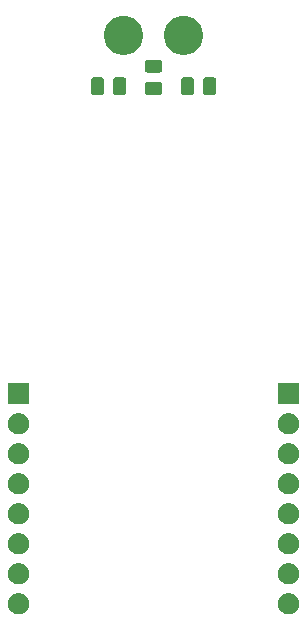
<source format=gbr>
G04 #@! TF.GenerationSoftware,KiCad,Pcbnew,(5.1.5)-3*
G04 #@! TF.CreationDate,2020-01-28T18:53:24+01:00*
G04 #@! TF.ProjectId,CAN SPI Isolated v2.0,43414e20-5350-4492-9049-736f6c617465,rev?*
G04 #@! TF.SameCoordinates,Original*
G04 #@! TF.FileFunction,Soldermask,Bot*
G04 #@! TF.FilePolarity,Negative*
%FSLAX46Y46*%
G04 Gerber Fmt 4.6, Leading zero omitted, Abs format (unit mm)*
G04 Created by KiCad (PCBNEW (5.1.5)-3) date 2020-01-28 18:53:24*
%MOMM*%
%LPD*%
G04 APERTURE LIST*
%ADD10C,0.100000*%
G04 APERTURE END LIST*
D10*
G36*
X100443512Y-173093927D02*
G01*
X100592812Y-173123624D01*
X100756784Y-173191544D01*
X100904354Y-173290147D01*
X101029853Y-173415646D01*
X101128456Y-173563216D01*
X101196376Y-173727188D01*
X101231000Y-173901259D01*
X101231000Y-174078741D01*
X101196376Y-174252812D01*
X101128456Y-174416784D01*
X101029853Y-174564354D01*
X100904354Y-174689853D01*
X100756784Y-174788456D01*
X100592812Y-174856376D01*
X100443512Y-174886073D01*
X100418742Y-174891000D01*
X100241258Y-174891000D01*
X100216488Y-174886073D01*
X100067188Y-174856376D01*
X99903216Y-174788456D01*
X99755646Y-174689853D01*
X99630147Y-174564354D01*
X99531544Y-174416784D01*
X99463624Y-174252812D01*
X99429000Y-174078741D01*
X99429000Y-173901259D01*
X99463624Y-173727188D01*
X99531544Y-173563216D01*
X99630147Y-173415646D01*
X99755646Y-173290147D01*
X99903216Y-173191544D01*
X100067188Y-173123624D01*
X100216488Y-173093927D01*
X100241258Y-173089000D01*
X100418742Y-173089000D01*
X100443512Y-173093927D01*
G37*
G36*
X77583512Y-173093927D02*
G01*
X77732812Y-173123624D01*
X77896784Y-173191544D01*
X78044354Y-173290147D01*
X78169853Y-173415646D01*
X78268456Y-173563216D01*
X78336376Y-173727188D01*
X78371000Y-173901259D01*
X78371000Y-174078741D01*
X78336376Y-174252812D01*
X78268456Y-174416784D01*
X78169853Y-174564354D01*
X78044354Y-174689853D01*
X77896784Y-174788456D01*
X77732812Y-174856376D01*
X77583512Y-174886073D01*
X77558742Y-174891000D01*
X77381258Y-174891000D01*
X77356488Y-174886073D01*
X77207188Y-174856376D01*
X77043216Y-174788456D01*
X76895646Y-174689853D01*
X76770147Y-174564354D01*
X76671544Y-174416784D01*
X76603624Y-174252812D01*
X76569000Y-174078741D01*
X76569000Y-173901259D01*
X76603624Y-173727188D01*
X76671544Y-173563216D01*
X76770147Y-173415646D01*
X76895646Y-173290147D01*
X77043216Y-173191544D01*
X77207188Y-173123624D01*
X77356488Y-173093927D01*
X77381258Y-173089000D01*
X77558742Y-173089000D01*
X77583512Y-173093927D01*
G37*
G36*
X77583512Y-170553927D02*
G01*
X77732812Y-170583624D01*
X77896784Y-170651544D01*
X78044354Y-170750147D01*
X78169853Y-170875646D01*
X78268456Y-171023216D01*
X78336376Y-171187188D01*
X78371000Y-171361259D01*
X78371000Y-171538741D01*
X78336376Y-171712812D01*
X78268456Y-171876784D01*
X78169853Y-172024354D01*
X78044354Y-172149853D01*
X77896784Y-172248456D01*
X77732812Y-172316376D01*
X77583512Y-172346073D01*
X77558742Y-172351000D01*
X77381258Y-172351000D01*
X77356488Y-172346073D01*
X77207188Y-172316376D01*
X77043216Y-172248456D01*
X76895646Y-172149853D01*
X76770147Y-172024354D01*
X76671544Y-171876784D01*
X76603624Y-171712812D01*
X76569000Y-171538741D01*
X76569000Y-171361259D01*
X76603624Y-171187188D01*
X76671544Y-171023216D01*
X76770147Y-170875646D01*
X76895646Y-170750147D01*
X77043216Y-170651544D01*
X77207188Y-170583624D01*
X77356488Y-170553927D01*
X77381258Y-170549000D01*
X77558742Y-170549000D01*
X77583512Y-170553927D01*
G37*
G36*
X100443512Y-170553927D02*
G01*
X100592812Y-170583624D01*
X100756784Y-170651544D01*
X100904354Y-170750147D01*
X101029853Y-170875646D01*
X101128456Y-171023216D01*
X101196376Y-171187188D01*
X101231000Y-171361259D01*
X101231000Y-171538741D01*
X101196376Y-171712812D01*
X101128456Y-171876784D01*
X101029853Y-172024354D01*
X100904354Y-172149853D01*
X100756784Y-172248456D01*
X100592812Y-172316376D01*
X100443512Y-172346073D01*
X100418742Y-172351000D01*
X100241258Y-172351000D01*
X100216488Y-172346073D01*
X100067188Y-172316376D01*
X99903216Y-172248456D01*
X99755646Y-172149853D01*
X99630147Y-172024354D01*
X99531544Y-171876784D01*
X99463624Y-171712812D01*
X99429000Y-171538741D01*
X99429000Y-171361259D01*
X99463624Y-171187188D01*
X99531544Y-171023216D01*
X99630147Y-170875646D01*
X99755646Y-170750147D01*
X99903216Y-170651544D01*
X100067188Y-170583624D01*
X100216488Y-170553927D01*
X100241258Y-170549000D01*
X100418742Y-170549000D01*
X100443512Y-170553927D01*
G37*
G36*
X77583512Y-168013927D02*
G01*
X77732812Y-168043624D01*
X77896784Y-168111544D01*
X78044354Y-168210147D01*
X78169853Y-168335646D01*
X78268456Y-168483216D01*
X78336376Y-168647188D01*
X78371000Y-168821259D01*
X78371000Y-168998741D01*
X78336376Y-169172812D01*
X78268456Y-169336784D01*
X78169853Y-169484354D01*
X78044354Y-169609853D01*
X77896784Y-169708456D01*
X77732812Y-169776376D01*
X77583512Y-169806073D01*
X77558742Y-169811000D01*
X77381258Y-169811000D01*
X77356488Y-169806073D01*
X77207188Y-169776376D01*
X77043216Y-169708456D01*
X76895646Y-169609853D01*
X76770147Y-169484354D01*
X76671544Y-169336784D01*
X76603624Y-169172812D01*
X76569000Y-168998741D01*
X76569000Y-168821259D01*
X76603624Y-168647188D01*
X76671544Y-168483216D01*
X76770147Y-168335646D01*
X76895646Y-168210147D01*
X77043216Y-168111544D01*
X77207188Y-168043624D01*
X77356488Y-168013927D01*
X77381258Y-168009000D01*
X77558742Y-168009000D01*
X77583512Y-168013927D01*
G37*
G36*
X100443512Y-168013927D02*
G01*
X100592812Y-168043624D01*
X100756784Y-168111544D01*
X100904354Y-168210147D01*
X101029853Y-168335646D01*
X101128456Y-168483216D01*
X101196376Y-168647188D01*
X101231000Y-168821259D01*
X101231000Y-168998741D01*
X101196376Y-169172812D01*
X101128456Y-169336784D01*
X101029853Y-169484354D01*
X100904354Y-169609853D01*
X100756784Y-169708456D01*
X100592812Y-169776376D01*
X100443512Y-169806073D01*
X100418742Y-169811000D01*
X100241258Y-169811000D01*
X100216488Y-169806073D01*
X100067188Y-169776376D01*
X99903216Y-169708456D01*
X99755646Y-169609853D01*
X99630147Y-169484354D01*
X99531544Y-169336784D01*
X99463624Y-169172812D01*
X99429000Y-168998741D01*
X99429000Y-168821259D01*
X99463624Y-168647188D01*
X99531544Y-168483216D01*
X99630147Y-168335646D01*
X99755646Y-168210147D01*
X99903216Y-168111544D01*
X100067188Y-168043624D01*
X100216488Y-168013927D01*
X100241258Y-168009000D01*
X100418742Y-168009000D01*
X100443512Y-168013927D01*
G37*
G36*
X77583512Y-165473927D02*
G01*
X77732812Y-165503624D01*
X77896784Y-165571544D01*
X78044354Y-165670147D01*
X78169853Y-165795646D01*
X78268456Y-165943216D01*
X78336376Y-166107188D01*
X78371000Y-166281259D01*
X78371000Y-166458741D01*
X78336376Y-166632812D01*
X78268456Y-166796784D01*
X78169853Y-166944354D01*
X78044354Y-167069853D01*
X77896784Y-167168456D01*
X77732812Y-167236376D01*
X77583512Y-167266073D01*
X77558742Y-167271000D01*
X77381258Y-167271000D01*
X77356488Y-167266073D01*
X77207188Y-167236376D01*
X77043216Y-167168456D01*
X76895646Y-167069853D01*
X76770147Y-166944354D01*
X76671544Y-166796784D01*
X76603624Y-166632812D01*
X76569000Y-166458741D01*
X76569000Y-166281259D01*
X76603624Y-166107188D01*
X76671544Y-165943216D01*
X76770147Y-165795646D01*
X76895646Y-165670147D01*
X77043216Y-165571544D01*
X77207188Y-165503624D01*
X77356488Y-165473927D01*
X77381258Y-165469000D01*
X77558742Y-165469000D01*
X77583512Y-165473927D01*
G37*
G36*
X100443512Y-165473927D02*
G01*
X100592812Y-165503624D01*
X100756784Y-165571544D01*
X100904354Y-165670147D01*
X101029853Y-165795646D01*
X101128456Y-165943216D01*
X101196376Y-166107188D01*
X101231000Y-166281259D01*
X101231000Y-166458741D01*
X101196376Y-166632812D01*
X101128456Y-166796784D01*
X101029853Y-166944354D01*
X100904354Y-167069853D01*
X100756784Y-167168456D01*
X100592812Y-167236376D01*
X100443512Y-167266073D01*
X100418742Y-167271000D01*
X100241258Y-167271000D01*
X100216488Y-167266073D01*
X100067188Y-167236376D01*
X99903216Y-167168456D01*
X99755646Y-167069853D01*
X99630147Y-166944354D01*
X99531544Y-166796784D01*
X99463624Y-166632812D01*
X99429000Y-166458741D01*
X99429000Y-166281259D01*
X99463624Y-166107188D01*
X99531544Y-165943216D01*
X99630147Y-165795646D01*
X99755646Y-165670147D01*
X99903216Y-165571544D01*
X100067188Y-165503624D01*
X100216488Y-165473927D01*
X100241258Y-165469000D01*
X100418742Y-165469000D01*
X100443512Y-165473927D01*
G37*
G36*
X77583512Y-162933927D02*
G01*
X77732812Y-162963624D01*
X77896784Y-163031544D01*
X78044354Y-163130147D01*
X78169853Y-163255646D01*
X78268456Y-163403216D01*
X78336376Y-163567188D01*
X78371000Y-163741259D01*
X78371000Y-163918741D01*
X78336376Y-164092812D01*
X78268456Y-164256784D01*
X78169853Y-164404354D01*
X78044354Y-164529853D01*
X77896784Y-164628456D01*
X77732812Y-164696376D01*
X77583512Y-164726073D01*
X77558742Y-164731000D01*
X77381258Y-164731000D01*
X77356488Y-164726073D01*
X77207188Y-164696376D01*
X77043216Y-164628456D01*
X76895646Y-164529853D01*
X76770147Y-164404354D01*
X76671544Y-164256784D01*
X76603624Y-164092812D01*
X76569000Y-163918741D01*
X76569000Y-163741259D01*
X76603624Y-163567188D01*
X76671544Y-163403216D01*
X76770147Y-163255646D01*
X76895646Y-163130147D01*
X77043216Y-163031544D01*
X77207188Y-162963624D01*
X77356488Y-162933927D01*
X77381258Y-162929000D01*
X77558742Y-162929000D01*
X77583512Y-162933927D01*
G37*
G36*
X100443512Y-162933927D02*
G01*
X100592812Y-162963624D01*
X100756784Y-163031544D01*
X100904354Y-163130147D01*
X101029853Y-163255646D01*
X101128456Y-163403216D01*
X101196376Y-163567188D01*
X101231000Y-163741259D01*
X101231000Y-163918741D01*
X101196376Y-164092812D01*
X101128456Y-164256784D01*
X101029853Y-164404354D01*
X100904354Y-164529853D01*
X100756784Y-164628456D01*
X100592812Y-164696376D01*
X100443512Y-164726073D01*
X100418742Y-164731000D01*
X100241258Y-164731000D01*
X100216488Y-164726073D01*
X100067188Y-164696376D01*
X99903216Y-164628456D01*
X99755646Y-164529853D01*
X99630147Y-164404354D01*
X99531544Y-164256784D01*
X99463624Y-164092812D01*
X99429000Y-163918741D01*
X99429000Y-163741259D01*
X99463624Y-163567188D01*
X99531544Y-163403216D01*
X99630147Y-163255646D01*
X99755646Y-163130147D01*
X99903216Y-163031544D01*
X100067188Y-162963624D01*
X100216488Y-162933927D01*
X100241258Y-162929000D01*
X100418742Y-162929000D01*
X100443512Y-162933927D01*
G37*
G36*
X77583512Y-160393927D02*
G01*
X77732812Y-160423624D01*
X77896784Y-160491544D01*
X78044354Y-160590147D01*
X78169853Y-160715646D01*
X78268456Y-160863216D01*
X78336376Y-161027188D01*
X78371000Y-161201259D01*
X78371000Y-161378741D01*
X78336376Y-161552812D01*
X78268456Y-161716784D01*
X78169853Y-161864354D01*
X78044354Y-161989853D01*
X77896784Y-162088456D01*
X77732812Y-162156376D01*
X77583512Y-162186073D01*
X77558742Y-162191000D01*
X77381258Y-162191000D01*
X77356488Y-162186073D01*
X77207188Y-162156376D01*
X77043216Y-162088456D01*
X76895646Y-161989853D01*
X76770147Y-161864354D01*
X76671544Y-161716784D01*
X76603624Y-161552812D01*
X76569000Y-161378741D01*
X76569000Y-161201259D01*
X76603624Y-161027188D01*
X76671544Y-160863216D01*
X76770147Y-160715646D01*
X76895646Y-160590147D01*
X77043216Y-160491544D01*
X77207188Y-160423624D01*
X77356488Y-160393927D01*
X77381258Y-160389000D01*
X77558742Y-160389000D01*
X77583512Y-160393927D01*
G37*
G36*
X100443512Y-160393927D02*
G01*
X100592812Y-160423624D01*
X100756784Y-160491544D01*
X100904354Y-160590147D01*
X101029853Y-160715646D01*
X101128456Y-160863216D01*
X101196376Y-161027188D01*
X101231000Y-161201259D01*
X101231000Y-161378741D01*
X101196376Y-161552812D01*
X101128456Y-161716784D01*
X101029853Y-161864354D01*
X100904354Y-161989853D01*
X100756784Y-162088456D01*
X100592812Y-162156376D01*
X100443512Y-162186073D01*
X100418742Y-162191000D01*
X100241258Y-162191000D01*
X100216488Y-162186073D01*
X100067188Y-162156376D01*
X99903216Y-162088456D01*
X99755646Y-161989853D01*
X99630147Y-161864354D01*
X99531544Y-161716784D01*
X99463624Y-161552812D01*
X99429000Y-161378741D01*
X99429000Y-161201259D01*
X99463624Y-161027188D01*
X99531544Y-160863216D01*
X99630147Y-160715646D01*
X99755646Y-160590147D01*
X99903216Y-160491544D01*
X100067188Y-160423624D01*
X100216488Y-160393927D01*
X100241258Y-160389000D01*
X100418742Y-160389000D01*
X100443512Y-160393927D01*
G37*
G36*
X100443512Y-157853927D02*
G01*
X100592812Y-157883624D01*
X100756784Y-157951544D01*
X100904354Y-158050147D01*
X101029853Y-158175646D01*
X101128456Y-158323216D01*
X101196376Y-158487188D01*
X101231000Y-158661259D01*
X101231000Y-158838741D01*
X101196376Y-159012812D01*
X101128456Y-159176784D01*
X101029853Y-159324354D01*
X100904354Y-159449853D01*
X100756784Y-159548456D01*
X100592812Y-159616376D01*
X100443512Y-159646073D01*
X100418742Y-159651000D01*
X100241258Y-159651000D01*
X100216488Y-159646073D01*
X100067188Y-159616376D01*
X99903216Y-159548456D01*
X99755646Y-159449853D01*
X99630147Y-159324354D01*
X99531544Y-159176784D01*
X99463624Y-159012812D01*
X99429000Y-158838741D01*
X99429000Y-158661259D01*
X99463624Y-158487188D01*
X99531544Y-158323216D01*
X99630147Y-158175646D01*
X99755646Y-158050147D01*
X99903216Y-157951544D01*
X100067188Y-157883624D01*
X100216488Y-157853927D01*
X100241258Y-157849000D01*
X100418742Y-157849000D01*
X100443512Y-157853927D01*
G37*
G36*
X77583512Y-157853927D02*
G01*
X77732812Y-157883624D01*
X77896784Y-157951544D01*
X78044354Y-158050147D01*
X78169853Y-158175646D01*
X78268456Y-158323216D01*
X78336376Y-158487188D01*
X78371000Y-158661259D01*
X78371000Y-158838741D01*
X78336376Y-159012812D01*
X78268456Y-159176784D01*
X78169853Y-159324354D01*
X78044354Y-159449853D01*
X77896784Y-159548456D01*
X77732812Y-159616376D01*
X77583512Y-159646073D01*
X77558742Y-159651000D01*
X77381258Y-159651000D01*
X77356488Y-159646073D01*
X77207188Y-159616376D01*
X77043216Y-159548456D01*
X76895646Y-159449853D01*
X76770147Y-159324354D01*
X76671544Y-159176784D01*
X76603624Y-159012812D01*
X76569000Y-158838741D01*
X76569000Y-158661259D01*
X76603624Y-158487188D01*
X76671544Y-158323216D01*
X76770147Y-158175646D01*
X76895646Y-158050147D01*
X77043216Y-157951544D01*
X77207188Y-157883624D01*
X77356488Y-157853927D01*
X77381258Y-157849000D01*
X77558742Y-157849000D01*
X77583512Y-157853927D01*
G37*
G36*
X78371000Y-157111000D02*
G01*
X76569000Y-157111000D01*
X76569000Y-155309000D01*
X78371000Y-155309000D01*
X78371000Y-157111000D01*
G37*
G36*
X101231000Y-157111000D02*
G01*
X99429000Y-157111000D01*
X99429000Y-155309000D01*
X101231000Y-155309000D01*
X101231000Y-157111000D01*
G37*
G36*
X94019468Y-129428565D02*
G01*
X94058138Y-129440296D01*
X94093777Y-129459346D01*
X94125017Y-129484983D01*
X94150654Y-129516223D01*
X94169704Y-129551862D01*
X94181435Y-129590532D01*
X94186000Y-129636888D01*
X94186000Y-130713112D01*
X94181435Y-130759468D01*
X94169704Y-130798138D01*
X94150654Y-130833777D01*
X94125017Y-130865017D01*
X94093777Y-130890654D01*
X94058138Y-130909704D01*
X94019468Y-130921435D01*
X93973112Y-130926000D01*
X93321888Y-130926000D01*
X93275532Y-130921435D01*
X93236862Y-130909704D01*
X93201223Y-130890654D01*
X93169983Y-130865017D01*
X93144346Y-130833777D01*
X93125296Y-130798138D01*
X93113565Y-130759468D01*
X93109000Y-130713112D01*
X93109000Y-129636888D01*
X93113565Y-129590532D01*
X93125296Y-129551862D01*
X93144346Y-129516223D01*
X93169983Y-129484983D01*
X93201223Y-129459346D01*
X93236862Y-129440296D01*
X93275532Y-129428565D01*
X93321888Y-129424000D01*
X93973112Y-129424000D01*
X94019468Y-129428565D01*
G37*
G36*
X92144468Y-129428565D02*
G01*
X92183138Y-129440296D01*
X92218777Y-129459346D01*
X92250017Y-129484983D01*
X92275654Y-129516223D01*
X92294704Y-129551862D01*
X92306435Y-129590532D01*
X92311000Y-129636888D01*
X92311000Y-130713112D01*
X92306435Y-130759468D01*
X92294704Y-130798138D01*
X92275654Y-130833777D01*
X92250017Y-130865017D01*
X92218777Y-130890654D01*
X92183138Y-130909704D01*
X92144468Y-130921435D01*
X92098112Y-130926000D01*
X91446888Y-130926000D01*
X91400532Y-130921435D01*
X91361862Y-130909704D01*
X91326223Y-130890654D01*
X91294983Y-130865017D01*
X91269346Y-130833777D01*
X91250296Y-130798138D01*
X91238565Y-130759468D01*
X91234000Y-130713112D01*
X91234000Y-129636888D01*
X91238565Y-129590532D01*
X91250296Y-129551862D01*
X91269346Y-129516223D01*
X91294983Y-129484983D01*
X91326223Y-129459346D01*
X91361862Y-129440296D01*
X91400532Y-129428565D01*
X91446888Y-129424000D01*
X92098112Y-129424000D01*
X92144468Y-129428565D01*
G37*
G36*
X84524468Y-129428565D02*
G01*
X84563138Y-129440296D01*
X84598777Y-129459346D01*
X84630017Y-129484983D01*
X84655654Y-129516223D01*
X84674704Y-129551862D01*
X84686435Y-129590532D01*
X84691000Y-129636888D01*
X84691000Y-130713112D01*
X84686435Y-130759468D01*
X84674704Y-130798138D01*
X84655654Y-130833777D01*
X84630017Y-130865017D01*
X84598777Y-130890654D01*
X84563138Y-130909704D01*
X84524468Y-130921435D01*
X84478112Y-130926000D01*
X83826888Y-130926000D01*
X83780532Y-130921435D01*
X83741862Y-130909704D01*
X83706223Y-130890654D01*
X83674983Y-130865017D01*
X83649346Y-130833777D01*
X83630296Y-130798138D01*
X83618565Y-130759468D01*
X83614000Y-130713112D01*
X83614000Y-129636888D01*
X83618565Y-129590532D01*
X83630296Y-129551862D01*
X83649346Y-129516223D01*
X83674983Y-129484983D01*
X83706223Y-129459346D01*
X83741862Y-129440296D01*
X83780532Y-129428565D01*
X83826888Y-129424000D01*
X84478112Y-129424000D01*
X84524468Y-129428565D01*
G37*
G36*
X86399468Y-129428565D02*
G01*
X86438138Y-129440296D01*
X86473777Y-129459346D01*
X86505017Y-129484983D01*
X86530654Y-129516223D01*
X86549704Y-129551862D01*
X86561435Y-129590532D01*
X86566000Y-129636888D01*
X86566000Y-130713112D01*
X86561435Y-130759468D01*
X86549704Y-130798138D01*
X86530654Y-130833777D01*
X86505017Y-130865017D01*
X86473777Y-130890654D01*
X86438138Y-130909704D01*
X86399468Y-130921435D01*
X86353112Y-130926000D01*
X85701888Y-130926000D01*
X85655532Y-130921435D01*
X85616862Y-130909704D01*
X85581223Y-130890654D01*
X85549983Y-130865017D01*
X85524346Y-130833777D01*
X85505296Y-130798138D01*
X85493565Y-130759468D01*
X85489000Y-130713112D01*
X85489000Y-129636888D01*
X85493565Y-129590532D01*
X85505296Y-129551862D01*
X85524346Y-129516223D01*
X85549983Y-129484983D01*
X85581223Y-129459346D01*
X85616862Y-129440296D01*
X85655532Y-129428565D01*
X85701888Y-129424000D01*
X86353112Y-129424000D01*
X86399468Y-129428565D01*
G37*
G36*
X89484468Y-129816565D02*
G01*
X89523138Y-129828296D01*
X89558777Y-129847346D01*
X89590017Y-129872983D01*
X89615654Y-129904223D01*
X89634704Y-129939862D01*
X89646435Y-129978532D01*
X89651000Y-130024888D01*
X89651000Y-130676112D01*
X89646435Y-130722468D01*
X89634704Y-130761138D01*
X89615654Y-130796777D01*
X89590017Y-130828017D01*
X89558777Y-130853654D01*
X89523138Y-130872704D01*
X89484468Y-130884435D01*
X89438112Y-130889000D01*
X88361888Y-130889000D01*
X88315532Y-130884435D01*
X88276862Y-130872704D01*
X88241223Y-130853654D01*
X88209983Y-130828017D01*
X88184346Y-130796777D01*
X88165296Y-130761138D01*
X88153565Y-130722468D01*
X88149000Y-130676112D01*
X88149000Y-130024888D01*
X88153565Y-129978532D01*
X88165296Y-129939862D01*
X88184346Y-129904223D01*
X88209983Y-129872983D01*
X88241223Y-129847346D01*
X88276862Y-129828296D01*
X88315532Y-129816565D01*
X88361888Y-129812000D01*
X89438112Y-129812000D01*
X89484468Y-129816565D01*
G37*
G36*
X89484468Y-127941565D02*
G01*
X89523138Y-127953296D01*
X89558777Y-127972346D01*
X89590017Y-127997983D01*
X89615654Y-128029223D01*
X89634704Y-128064862D01*
X89646435Y-128103532D01*
X89651000Y-128149888D01*
X89651000Y-128801112D01*
X89646435Y-128847468D01*
X89634704Y-128886138D01*
X89615654Y-128921777D01*
X89590017Y-128953017D01*
X89558777Y-128978654D01*
X89523138Y-128997704D01*
X89484468Y-129009435D01*
X89438112Y-129014000D01*
X88361888Y-129014000D01*
X88315532Y-129009435D01*
X88276862Y-128997704D01*
X88241223Y-128978654D01*
X88209983Y-128953017D01*
X88184346Y-128921777D01*
X88165296Y-128886138D01*
X88153565Y-128847468D01*
X88149000Y-128801112D01*
X88149000Y-128149888D01*
X88153565Y-128103532D01*
X88165296Y-128064862D01*
X88184346Y-128029223D01*
X88209983Y-127997983D01*
X88241223Y-127972346D01*
X88276862Y-127953296D01*
X88315532Y-127941565D01*
X88361888Y-127937000D01*
X89438112Y-127937000D01*
X89484468Y-127941565D01*
G37*
G36*
X91815256Y-124248298D02*
G01*
X91921579Y-124269447D01*
X92222042Y-124393903D01*
X92492451Y-124574585D01*
X92722415Y-124804549D01*
X92903097Y-125074958D01*
X93027553Y-125375421D01*
X93091000Y-125694391D01*
X93091000Y-126019609D01*
X93027553Y-126338579D01*
X92903097Y-126639042D01*
X92722415Y-126909451D01*
X92492451Y-127139415D01*
X92222042Y-127320097D01*
X91921579Y-127444553D01*
X91815256Y-127465702D01*
X91602611Y-127508000D01*
X91277389Y-127508000D01*
X91064744Y-127465702D01*
X90958421Y-127444553D01*
X90657958Y-127320097D01*
X90387549Y-127139415D01*
X90157585Y-126909451D01*
X89976903Y-126639042D01*
X89852447Y-126338579D01*
X89789000Y-126019609D01*
X89789000Y-125694391D01*
X89852447Y-125375421D01*
X89976903Y-125074958D01*
X90157585Y-124804549D01*
X90387549Y-124574585D01*
X90657958Y-124393903D01*
X90958421Y-124269447D01*
X91064744Y-124248298D01*
X91277389Y-124206000D01*
X91602611Y-124206000D01*
X91815256Y-124248298D01*
G37*
G36*
X86735256Y-124248298D02*
G01*
X86841579Y-124269447D01*
X87142042Y-124393903D01*
X87412451Y-124574585D01*
X87642415Y-124804549D01*
X87823097Y-125074958D01*
X87947553Y-125375421D01*
X88011000Y-125694391D01*
X88011000Y-126019609D01*
X87947553Y-126338579D01*
X87823097Y-126639042D01*
X87642415Y-126909451D01*
X87412451Y-127139415D01*
X87142042Y-127320097D01*
X86841579Y-127444553D01*
X86735256Y-127465702D01*
X86522611Y-127508000D01*
X86197389Y-127508000D01*
X85984744Y-127465702D01*
X85878421Y-127444553D01*
X85577958Y-127320097D01*
X85307549Y-127139415D01*
X85077585Y-126909451D01*
X84896903Y-126639042D01*
X84772447Y-126338579D01*
X84709000Y-126019609D01*
X84709000Y-125694391D01*
X84772447Y-125375421D01*
X84896903Y-125074958D01*
X85077585Y-124804549D01*
X85307549Y-124574585D01*
X85577958Y-124393903D01*
X85878421Y-124269447D01*
X85984744Y-124248298D01*
X86197389Y-124206000D01*
X86522611Y-124206000D01*
X86735256Y-124248298D01*
G37*
M02*

</source>
